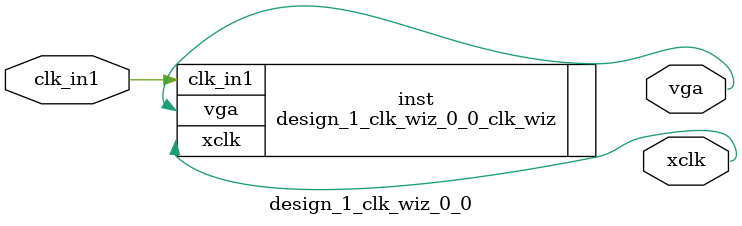
<source format=v>


`timescale 1ps/1ps

(* CORE_GENERATION_INFO = "design_1_clk_wiz_0_0,clk_wiz_v6_0_0_0,{component_name=design_1_clk_wiz_0_0,use_phase_alignment=true,use_min_o_jitter=false,use_max_i_jitter=false,use_dyn_phase_shift=false,use_inclk_switchover=false,use_dyn_reconfig=false,enable_axi=0,feedback_source=FDBK_AUTO,PRIMITIVE=MMCM,num_out_clk=2,clkin1_period=10.000,clkin2_period=10.000,use_power_down=false,use_reset=false,use_locked=false,use_inclk_stopped=false,feedback_type=SINGLE,CLOCK_MGR_TYPE=NA,manual_override=false}" *)

module design_1_clk_wiz_0_0 
 (
  // Clock out ports
  output        xclk,
  output        vga,
 // Clock in ports
  input         clk_in1
 );

  design_1_clk_wiz_0_0_clk_wiz inst
  (
  // Clock out ports  
  .xclk(xclk),
  .vga(vga),
 // Clock in ports
  .clk_in1(clk_in1)
  );

endmodule

</source>
